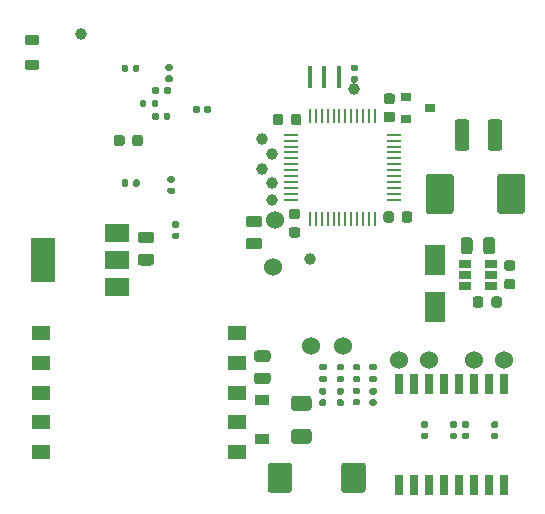
<source format=gbr>
%TF.GenerationSoftware,KiCad,Pcbnew,5.1.9+dfsg1-1*%
%TF.CreationDate,2022-10-18T14:52:04+03:00*%
%TF.ProjectId,Anemometr,416e656d-6f6d-4657-9472-2e6b69636164,rev?*%
%TF.SameCoordinates,Original*%
%TF.FileFunction,Soldermask,Bot*%
%TF.FilePolarity,Negative*%
%FSLAX46Y46*%
G04 Gerber Fmt 4.6, Leading zero omitted, Abs format (unit mm)*
G04 Created by KiCad (PCBNEW 5.1.9+dfsg1-1) date 2022-10-18 14:52:04*
%MOMM*%
%LPD*%
G01*
G04 APERTURE LIST*
%ADD10C,1.000000*%
%ADD11R,0.400000X1.900000*%
%ADD12R,0.250000X1.300000*%
%ADD13R,1.300000X0.250000*%
%ADD14R,1.800000X2.500000*%
%ADD15R,1.060000X0.650000*%
%ADD16R,2.000000X1.500000*%
%ADD17R,2.000000X3.800000*%
%ADD18R,1.550000X1.270000*%
%ADD19R,0.900000X0.800000*%
%ADD20R,0.700000X1.670000*%
%ADD21C,1.524000*%
%ADD22R,1.200000X0.900000*%
G04 APERTURE END LIST*
D10*
%TO.C,J24*%
X25040000Y-63360000D03*
%TD*%
%TO.C,J9*%
X41200000Y-77410000D03*
%TD*%
%TO.C,J8*%
X44430000Y-82470000D03*
%TD*%
%TO.C,J5*%
X48200000Y-68000000D03*
%TD*%
%TO.C,J4*%
X40400000Y-72250000D03*
%TD*%
%TO.C,J3*%
X41220000Y-73540000D03*
%TD*%
%TO.C,J2*%
X40350000Y-74800000D03*
%TD*%
%TO.C,J1*%
X41220000Y-75960000D03*
%TD*%
%TO.C,R40*%
G36*
G01*
X45713974Y-91853420D02*
X45343974Y-91853420D01*
G75*
G02*
X45208974Y-91718420I0J135000D01*
G01*
X45208974Y-91448420D01*
G75*
G02*
X45343974Y-91313420I135000J0D01*
G01*
X45713974Y-91313420D01*
G75*
G02*
X45848974Y-91448420I0J-135000D01*
G01*
X45848974Y-91718420D01*
G75*
G02*
X45713974Y-91853420I-135000J0D01*
G01*
G37*
G36*
G01*
X45713974Y-92873420D02*
X45343974Y-92873420D01*
G75*
G02*
X45208974Y-92738420I0J135000D01*
G01*
X45208974Y-92468420D01*
G75*
G02*
X45343974Y-92333420I135000J0D01*
G01*
X45713974Y-92333420D01*
G75*
G02*
X45848974Y-92468420I0J-135000D01*
G01*
X45848974Y-92738420D01*
G75*
G02*
X45713974Y-92873420I-135000J0D01*
G01*
G37*
%TD*%
%TO.C,R36*%
G36*
G01*
X47189150Y-91853420D02*
X46819150Y-91853420D01*
G75*
G02*
X46684150Y-91718420I0J135000D01*
G01*
X46684150Y-91448420D01*
G75*
G02*
X46819150Y-91313420I135000J0D01*
G01*
X47189150Y-91313420D01*
G75*
G02*
X47324150Y-91448420I0J-135000D01*
G01*
X47324150Y-91718420D01*
G75*
G02*
X47189150Y-91853420I-135000J0D01*
G01*
G37*
G36*
G01*
X47189150Y-92873420D02*
X46819150Y-92873420D01*
G75*
G02*
X46684150Y-92738420I0J135000D01*
G01*
X46684150Y-92468420D01*
G75*
G02*
X46819150Y-92333420I135000J0D01*
G01*
X47189150Y-92333420D01*
G75*
G02*
X47324150Y-92468420I0J-135000D01*
G01*
X47324150Y-92738420D01*
G75*
G02*
X47189150Y-92873420I-135000J0D01*
G01*
G37*
%TD*%
%TO.C,R35*%
G36*
G01*
X48564702Y-91853420D02*
X48194702Y-91853420D01*
G75*
G02*
X48059702Y-91718420I0J135000D01*
G01*
X48059702Y-91448420D01*
G75*
G02*
X48194702Y-91313420I135000J0D01*
G01*
X48564702Y-91313420D01*
G75*
G02*
X48699702Y-91448420I0J-135000D01*
G01*
X48699702Y-91718420D01*
G75*
G02*
X48564702Y-91853420I-135000J0D01*
G01*
G37*
G36*
G01*
X48564702Y-92873420D02*
X48194702Y-92873420D01*
G75*
G02*
X48059702Y-92738420I0J135000D01*
G01*
X48059702Y-92468420D01*
G75*
G02*
X48194702Y-92333420I135000J0D01*
G01*
X48564702Y-92333420D01*
G75*
G02*
X48699702Y-92468420I0J-135000D01*
G01*
X48699702Y-92738420D01*
G75*
G02*
X48564702Y-92873420I-135000J0D01*
G01*
G37*
%TD*%
%TO.C,R32*%
G36*
G01*
X49972426Y-91853420D02*
X49602426Y-91853420D01*
G75*
G02*
X49467426Y-91718420I0J135000D01*
G01*
X49467426Y-91448420D01*
G75*
G02*
X49602426Y-91313420I135000J0D01*
G01*
X49972426Y-91313420D01*
G75*
G02*
X50107426Y-91448420I0J-135000D01*
G01*
X50107426Y-91718420D01*
G75*
G02*
X49972426Y-91853420I-135000J0D01*
G01*
G37*
G36*
G01*
X49972426Y-92873420D02*
X49602426Y-92873420D01*
G75*
G02*
X49467426Y-92738420I0J135000D01*
G01*
X49467426Y-92468420D01*
G75*
G02*
X49602426Y-92333420I135000J0D01*
G01*
X49972426Y-92333420D01*
G75*
G02*
X50107426Y-92468420I0J-135000D01*
G01*
X50107426Y-92738420D01*
G75*
G02*
X49972426Y-92873420I-135000J0D01*
G01*
G37*
%TD*%
%TO.C,C48*%
G36*
G01*
X45348974Y-94309820D02*
X45688974Y-94309820D01*
G75*
G02*
X45828974Y-94449820I0J-140000D01*
G01*
X45828974Y-94729820D01*
G75*
G02*
X45688974Y-94869820I-140000J0D01*
G01*
X45348974Y-94869820D01*
G75*
G02*
X45208974Y-94729820I0J140000D01*
G01*
X45208974Y-94449820D01*
G75*
G02*
X45348974Y-94309820I140000J0D01*
G01*
G37*
G36*
G01*
X45348974Y-93349820D02*
X45688974Y-93349820D01*
G75*
G02*
X45828974Y-93489820I0J-140000D01*
G01*
X45828974Y-93769820D01*
G75*
G02*
X45688974Y-93909820I-140000J0D01*
G01*
X45348974Y-93909820D01*
G75*
G02*
X45208974Y-93769820I0J140000D01*
G01*
X45208974Y-93489820D01*
G75*
G02*
X45348974Y-93349820I140000J0D01*
G01*
G37*
%TD*%
%TO.C,C46*%
G36*
G01*
X46824150Y-94309820D02*
X47164150Y-94309820D01*
G75*
G02*
X47304150Y-94449820I0J-140000D01*
G01*
X47304150Y-94729820D01*
G75*
G02*
X47164150Y-94869820I-140000J0D01*
G01*
X46824150Y-94869820D01*
G75*
G02*
X46684150Y-94729820I0J140000D01*
G01*
X46684150Y-94449820D01*
G75*
G02*
X46824150Y-94309820I140000J0D01*
G01*
G37*
G36*
G01*
X46824150Y-93349820D02*
X47164150Y-93349820D01*
G75*
G02*
X47304150Y-93489820I0J-140000D01*
G01*
X47304150Y-93769820D01*
G75*
G02*
X47164150Y-93909820I-140000J0D01*
G01*
X46824150Y-93909820D01*
G75*
G02*
X46684150Y-93769820I0J140000D01*
G01*
X46684150Y-93489820D01*
G75*
G02*
X46824150Y-93349820I140000J0D01*
G01*
G37*
%TD*%
%TO.C,C45*%
G36*
G01*
X48199702Y-94276800D02*
X48539702Y-94276800D01*
G75*
G02*
X48679702Y-94416800I0J-140000D01*
G01*
X48679702Y-94696800D01*
G75*
G02*
X48539702Y-94836800I-140000J0D01*
G01*
X48199702Y-94836800D01*
G75*
G02*
X48059702Y-94696800I0J140000D01*
G01*
X48059702Y-94416800D01*
G75*
G02*
X48199702Y-94276800I140000J0D01*
G01*
G37*
G36*
G01*
X48199702Y-93316800D02*
X48539702Y-93316800D01*
G75*
G02*
X48679702Y-93456800I0J-140000D01*
G01*
X48679702Y-93736800D01*
G75*
G02*
X48539702Y-93876800I-140000J0D01*
G01*
X48199702Y-93876800D01*
G75*
G02*
X48059702Y-93736800I0J140000D01*
G01*
X48059702Y-93456800D01*
G75*
G02*
X48199702Y-93316800I140000J0D01*
G01*
G37*
%TD*%
%TO.C,C42*%
G36*
G01*
X49607426Y-94309820D02*
X49947426Y-94309820D01*
G75*
G02*
X50087426Y-94449820I0J-140000D01*
G01*
X50087426Y-94729820D01*
G75*
G02*
X49947426Y-94869820I-140000J0D01*
G01*
X49607426Y-94869820D01*
G75*
G02*
X49467426Y-94729820I0J140000D01*
G01*
X49467426Y-94449820D01*
G75*
G02*
X49607426Y-94309820I140000J0D01*
G01*
G37*
G36*
G01*
X49607426Y-93349820D02*
X49947426Y-93349820D01*
G75*
G02*
X50087426Y-93489820I0J-140000D01*
G01*
X50087426Y-93769820D01*
G75*
G02*
X49947426Y-93909820I-140000J0D01*
G01*
X49607426Y-93909820D01*
G75*
G02*
X49467426Y-93769820I0J140000D01*
G01*
X49467426Y-93489820D01*
G75*
G02*
X49607426Y-93349820I140000J0D01*
G01*
G37*
%TD*%
D11*
%TO.C,Y1*%
X46860000Y-66990000D03*
X45660000Y-66990000D03*
X44460000Y-66990000D03*
%TD*%
%TO.C,C55*%
G36*
G01*
X29385000Y-72650000D02*
X29385000Y-72150000D01*
G75*
G02*
X29610000Y-71925000I225000J0D01*
G01*
X30060000Y-71925000D01*
G75*
G02*
X30285000Y-72150000I0J-225000D01*
G01*
X30285000Y-72650000D01*
G75*
G02*
X30060000Y-72875000I-225000J0D01*
G01*
X29610000Y-72875000D01*
G75*
G02*
X29385000Y-72650000I0J225000D01*
G01*
G37*
G36*
G01*
X27835000Y-72650000D02*
X27835000Y-72150000D01*
G75*
G02*
X28060000Y-71925000I225000J0D01*
G01*
X28510000Y-71925000D01*
G75*
G02*
X28735000Y-72150000I0J-225000D01*
G01*
X28735000Y-72650000D01*
G75*
G02*
X28510000Y-72875000I-225000J0D01*
G01*
X28060000Y-72875000D01*
G75*
G02*
X27835000Y-72650000I0J225000D01*
G01*
G37*
%TD*%
%TO.C,C59*%
G36*
G01*
X29050000Y-75840000D02*
X29050000Y-76180000D01*
G75*
G02*
X28910000Y-76320000I-140000J0D01*
G01*
X28630000Y-76320000D01*
G75*
G02*
X28490000Y-76180000I0J140000D01*
G01*
X28490000Y-75840000D01*
G75*
G02*
X28630000Y-75700000I140000J0D01*
G01*
X28910000Y-75700000D01*
G75*
G02*
X29050000Y-75840000I0J-140000D01*
G01*
G37*
G36*
G01*
X30010000Y-75840000D02*
X30010000Y-76180000D01*
G75*
G02*
X29870000Y-76320000I-140000J0D01*
G01*
X29590000Y-76320000D01*
G75*
G02*
X29450000Y-76180000I0J140000D01*
G01*
X29450000Y-75840000D01*
G75*
G02*
X29590000Y-75700000I140000J0D01*
G01*
X29870000Y-75700000D01*
G75*
G02*
X30010000Y-75840000I0J-140000D01*
G01*
G37*
%TD*%
%TO.C,C32*%
G36*
G01*
X29040000Y-66130000D02*
X29040000Y-66470000D01*
G75*
G02*
X28900000Y-66610000I-140000J0D01*
G01*
X28620000Y-66610000D01*
G75*
G02*
X28480000Y-66470000I0J140000D01*
G01*
X28480000Y-66130000D01*
G75*
G02*
X28620000Y-65990000I140000J0D01*
G01*
X28900000Y-65990000D01*
G75*
G02*
X29040000Y-66130000I0J-140000D01*
G01*
G37*
G36*
G01*
X30000000Y-66130000D02*
X30000000Y-66470000D01*
G75*
G02*
X29860000Y-66610000I-140000J0D01*
G01*
X29580000Y-66610000D01*
G75*
G02*
X29440000Y-66470000I0J140000D01*
G01*
X29440000Y-66130000D01*
G75*
G02*
X29580000Y-65990000I140000J0D01*
G01*
X29860000Y-65990000D01*
G75*
G02*
X30000000Y-66130000I0J-140000D01*
G01*
G37*
%TD*%
%TO.C,C2*%
G36*
G01*
X32330000Y-66890000D02*
X32670000Y-66890000D01*
G75*
G02*
X32810000Y-67030000I0J-140000D01*
G01*
X32810000Y-67310000D01*
G75*
G02*
X32670000Y-67450000I-140000J0D01*
G01*
X32330000Y-67450000D01*
G75*
G02*
X32190000Y-67310000I0J140000D01*
G01*
X32190000Y-67030000D01*
G75*
G02*
X32330000Y-66890000I140000J0D01*
G01*
G37*
G36*
G01*
X32330000Y-65930000D02*
X32670000Y-65930000D01*
G75*
G02*
X32810000Y-66070000I0J-140000D01*
G01*
X32810000Y-66350000D01*
G75*
G02*
X32670000Y-66490000I-140000J0D01*
G01*
X32330000Y-66490000D01*
G75*
G02*
X32190000Y-66350000I0J140000D01*
G01*
X32190000Y-66070000D01*
G75*
G02*
X32330000Y-65930000I140000J0D01*
G01*
G37*
%TD*%
%TO.C,C1*%
G36*
G01*
X32850000Y-75980000D02*
X32510000Y-75980000D01*
G75*
G02*
X32370000Y-75840000I0J140000D01*
G01*
X32370000Y-75560000D01*
G75*
G02*
X32510000Y-75420000I140000J0D01*
G01*
X32850000Y-75420000D01*
G75*
G02*
X32990000Y-75560000I0J-140000D01*
G01*
X32990000Y-75840000D01*
G75*
G02*
X32850000Y-75980000I-140000J0D01*
G01*
G37*
G36*
G01*
X32850000Y-76940000D02*
X32510000Y-76940000D01*
G75*
G02*
X32370000Y-76800000I0J140000D01*
G01*
X32370000Y-76520000D01*
G75*
G02*
X32510000Y-76380000I140000J0D01*
G01*
X32850000Y-76380000D01*
G75*
G02*
X32990000Y-76520000I0J-140000D01*
G01*
X32990000Y-76800000D01*
G75*
G02*
X32850000Y-76940000I-140000J0D01*
G01*
G37*
%TD*%
D12*
%TO.C,U1*%
X44430000Y-70310000D03*
X44930000Y-70310000D03*
X45430000Y-70310000D03*
X45930000Y-70310000D03*
X46430000Y-70310000D03*
X46930000Y-70310000D03*
X47430000Y-70310000D03*
X47930000Y-70310000D03*
X48430000Y-70310000D03*
X48930000Y-70310000D03*
X49430000Y-70310000D03*
X49930000Y-70310000D03*
D13*
X51530000Y-71910000D03*
X51530000Y-72410000D03*
X51530000Y-72910000D03*
X51530000Y-73410000D03*
X51530000Y-73910000D03*
X51530000Y-74410000D03*
X51530000Y-74910000D03*
X51530000Y-75410000D03*
X51530000Y-75910000D03*
X51530000Y-76410000D03*
X51530000Y-76910000D03*
X51530000Y-77410000D03*
D12*
X49930000Y-79010000D03*
X49430000Y-79010000D03*
X48930000Y-79010000D03*
X48430000Y-79010000D03*
X47930000Y-79010000D03*
X47430000Y-79010000D03*
X46930000Y-79010000D03*
X46430000Y-79010000D03*
X45930000Y-79010000D03*
X45430000Y-79010000D03*
X44930000Y-79010000D03*
X44430000Y-79010000D03*
D13*
X42830000Y-77410000D03*
X42830000Y-76910000D03*
X42830000Y-76410000D03*
X42830000Y-75910000D03*
X42830000Y-75410000D03*
X42830000Y-74910000D03*
X42830000Y-74410000D03*
X42830000Y-73910000D03*
X42830000Y-73410000D03*
X42830000Y-72910000D03*
X42830000Y-72410000D03*
X42830000Y-71910000D03*
%TD*%
%TO.C,C5*%
G36*
G01*
X33240000Y-79790000D02*
X32900000Y-79790000D01*
G75*
G02*
X32760000Y-79650000I0J140000D01*
G01*
X32760000Y-79370000D01*
G75*
G02*
X32900000Y-79230000I140000J0D01*
G01*
X33240000Y-79230000D01*
G75*
G02*
X33380000Y-79370000I0J-140000D01*
G01*
X33380000Y-79650000D01*
G75*
G02*
X33240000Y-79790000I-140000J0D01*
G01*
G37*
G36*
G01*
X33240000Y-80750000D02*
X32900000Y-80750000D01*
G75*
G02*
X32760000Y-80610000I0J140000D01*
G01*
X32760000Y-80330000D01*
G75*
G02*
X32900000Y-80190000I140000J0D01*
G01*
X33240000Y-80190000D01*
G75*
G02*
X33380000Y-80330000I0J-140000D01*
G01*
X33380000Y-80610000D01*
G75*
G02*
X33240000Y-80750000I-140000J0D01*
G01*
G37*
%TD*%
%TO.C,C17*%
G36*
G01*
X35090000Y-69610000D02*
X35090000Y-69950000D01*
G75*
G02*
X34950000Y-70090000I-140000J0D01*
G01*
X34670000Y-70090000D01*
G75*
G02*
X34530000Y-69950000I0J140000D01*
G01*
X34530000Y-69610000D01*
G75*
G02*
X34670000Y-69470000I140000J0D01*
G01*
X34950000Y-69470000D01*
G75*
G02*
X35090000Y-69610000I0J-140000D01*
G01*
G37*
G36*
G01*
X36050000Y-69610000D02*
X36050000Y-69950000D01*
G75*
G02*
X35910000Y-70090000I-140000J0D01*
G01*
X35630000Y-70090000D01*
G75*
G02*
X35490000Y-69950000I0J140000D01*
G01*
X35490000Y-69610000D01*
G75*
G02*
X35630000Y-69470000I140000J0D01*
G01*
X35910000Y-69470000D01*
G75*
G02*
X36050000Y-69610000I0J-140000D01*
G01*
G37*
%TD*%
%TO.C,C53*%
G36*
G01*
X59100000Y-81785000D02*
X59100000Y-80835000D01*
G75*
G02*
X59350000Y-80585000I250000J0D01*
G01*
X59850000Y-80585000D01*
G75*
G02*
X60100000Y-80835000I0J-250000D01*
G01*
X60100000Y-81785000D01*
G75*
G02*
X59850000Y-82035000I-250000J0D01*
G01*
X59350000Y-82035000D01*
G75*
G02*
X59100000Y-81785000I0J250000D01*
G01*
G37*
G36*
G01*
X57200000Y-81785000D02*
X57200000Y-80835000D01*
G75*
G02*
X57450000Y-80585000I250000J0D01*
G01*
X57950000Y-80585000D01*
G75*
G02*
X58200000Y-80835000I0J-250000D01*
G01*
X58200000Y-81785000D01*
G75*
G02*
X57950000Y-82035000I-250000J0D01*
G01*
X57450000Y-82035000D01*
G75*
G02*
X57200000Y-81785000I0J250000D01*
G01*
G37*
%TD*%
%TO.C,L5*%
G36*
G01*
X60290000Y-78385000D02*
X60290000Y-75455000D01*
G75*
G02*
X60525000Y-75220000I235000J0D01*
G01*
X62405000Y-75220000D01*
G75*
G02*
X62640000Y-75455000I0J-235000D01*
G01*
X62640000Y-78385000D01*
G75*
G02*
X62405000Y-78620000I-235000J0D01*
G01*
X60525000Y-78620000D01*
G75*
G02*
X60290000Y-78385000I0J235000D01*
G01*
G37*
G36*
G01*
X54240000Y-78385000D02*
X54240000Y-75455000D01*
G75*
G02*
X54475000Y-75220000I235000J0D01*
G01*
X56355000Y-75220000D01*
G75*
G02*
X56590000Y-75455000I0J-235000D01*
G01*
X56590000Y-78385000D01*
G75*
G02*
X56355000Y-78620000I-235000J0D01*
G01*
X54475000Y-78620000D01*
G75*
G02*
X54240000Y-78385000I0J235000D01*
G01*
G37*
%TD*%
D14*
%TO.C,D17*%
X55020000Y-86500000D03*
X55020000Y-82500000D03*
%TD*%
%TO.C,C11*%
G36*
G01*
X42165000Y-70380000D02*
X42165000Y-70880000D01*
G75*
G02*
X41940000Y-71105000I-225000J0D01*
G01*
X41490000Y-71105000D01*
G75*
G02*
X41265000Y-70880000I0J225000D01*
G01*
X41265000Y-70380000D01*
G75*
G02*
X41490000Y-70155000I225000J0D01*
G01*
X41940000Y-70155000D01*
G75*
G02*
X42165000Y-70380000I0J-225000D01*
G01*
G37*
G36*
G01*
X43715000Y-70380000D02*
X43715000Y-70880000D01*
G75*
G02*
X43490000Y-71105000I-225000J0D01*
G01*
X43040000Y-71105000D01*
G75*
G02*
X42815000Y-70880000I0J225000D01*
G01*
X42815000Y-70380000D01*
G75*
G02*
X43040000Y-70155000I225000J0D01*
G01*
X43490000Y-70155000D01*
G75*
G02*
X43715000Y-70380000I0J-225000D01*
G01*
G37*
%TD*%
%TO.C,C8*%
G36*
G01*
X52205000Y-79130000D02*
X52205000Y-78630000D01*
G75*
G02*
X52430000Y-78405000I225000J0D01*
G01*
X52880000Y-78405000D01*
G75*
G02*
X53105000Y-78630000I0J-225000D01*
G01*
X53105000Y-79130000D01*
G75*
G02*
X52880000Y-79355000I-225000J0D01*
G01*
X52430000Y-79355000D01*
G75*
G02*
X52205000Y-79130000I0J225000D01*
G01*
G37*
G36*
G01*
X50655000Y-79130000D02*
X50655000Y-78630000D01*
G75*
G02*
X50880000Y-78405000I225000J0D01*
G01*
X51330000Y-78405000D01*
G75*
G02*
X51555000Y-78630000I0J-225000D01*
G01*
X51555000Y-79130000D01*
G75*
G02*
X51330000Y-79355000I-225000J0D01*
G01*
X50880000Y-79355000D01*
G75*
G02*
X50655000Y-79130000I0J225000D01*
G01*
G37*
%TD*%
%TO.C,C13*%
G36*
G01*
X42880000Y-79735000D02*
X43380000Y-79735000D01*
G75*
G02*
X43605000Y-79960000I0J-225000D01*
G01*
X43605000Y-80410000D01*
G75*
G02*
X43380000Y-80635000I-225000J0D01*
G01*
X42880000Y-80635000D01*
G75*
G02*
X42655000Y-80410000I0J225000D01*
G01*
X42655000Y-79960000D01*
G75*
G02*
X42880000Y-79735000I225000J0D01*
G01*
G37*
G36*
G01*
X42880000Y-78185000D02*
X43380000Y-78185000D01*
G75*
G02*
X43605000Y-78410000I0J-225000D01*
G01*
X43605000Y-78860000D01*
G75*
G02*
X43380000Y-79085000I-225000J0D01*
G01*
X42880000Y-79085000D01*
G75*
G02*
X42655000Y-78860000I0J225000D01*
G01*
X42655000Y-78410000D01*
G75*
G02*
X42880000Y-78185000I225000J0D01*
G01*
G37*
%TD*%
%TO.C,C9*%
G36*
G01*
X51400000Y-69315000D02*
X50900000Y-69315000D01*
G75*
G02*
X50675000Y-69090000I0J225000D01*
G01*
X50675000Y-68640000D01*
G75*
G02*
X50900000Y-68415000I225000J0D01*
G01*
X51400000Y-68415000D01*
G75*
G02*
X51625000Y-68640000I0J-225000D01*
G01*
X51625000Y-69090000D01*
G75*
G02*
X51400000Y-69315000I-225000J0D01*
G01*
G37*
G36*
G01*
X51400000Y-70865000D02*
X50900000Y-70865000D01*
G75*
G02*
X50675000Y-70640000I0J225000D01*
G01*
X50675000Y-70190000D01*
G75*
G02*
X50900000Y-69965000I225000J0D01*
G01*
X51400000Y-69965000D01*
G75*
G02*
X51625000Y-70190000I0J-225000D01*
G01*
X51625000Y-70640000D01*
G75*
G02*
X51400000Y-70865000I-225000J0D01*
G01*
G37*
%TD*%
%TO.C,C3*%
G36*
G01*
X48030000Y-66930000D02*
X48370000Y-66930000D01*
G75*
G02*
X48510000Y-67070000I0J-140000D01*
G01*
X48510000Y-67350000D01*
G75*
G02*
X48370000Y-67490000I-140000J0D01*
G01*
X48030000Y-67490000D01*
G75*
G02*
X47890000Y-67350000I0J140000D01*
G01*
X47890000Y-67070000D01*
G75*
G02*
X48030000Y-66930000I140000J0D01*
G01*
G37*
G36*
G01*
X48030000Y-65970000D02*
X48370000Y-65970000D01*
G75*
G02*
X48510000Y-66110000I0J-140000D01*
G01*
X48510000Y-66390000D01*
G75*
G02*
X48370000Y-66530000I-140000J0D01*
G01*
X48030000Y-66530000D01*
G75*
G02*
X47890000Y-66390000I0J140000D01*
G01*
X47890000Y-66110000D01*
G75*
G02*
X48030000Y-65970000I140000J0D01*
G01*
G37*
%TD*%
%TO.C,C21*%
G36*
G01*
X31640000Y-70190000D02*
X31640000Y-70530000D01*
G75*
G02*
X31500000Y-70670000I-140000J0D01*
G01*
X31220000Y-70670000D01*
G75*
G02*
X31080000Y-70530000I0J140000D01*
G01*
X31080000Y-70190000D01*
G75*
G02*
X31220000Y-70050000I140000J0D01*
G01*
X31500000Y-70050000D01*
G75*
G02*
X31640000Y-70190000I0J-140000D01*
G01*
G37*
G36*
G01*
X32600000Y-70190000D02*
X32600000Y-70530000D01*
G75*
G02*
X32460000Y-70670000I-140000J0D01*
G01*
X32180000Y-70670000D01*
G75*
G02*
X32040000Y-70530000I0J140000D01*
G01*
X32040000Y-70190000D01*
G75*
G02*
X32180000Y-70050000I140000J0D01*
G01*
X32460000Y-70050000D01*
G75*
G02*
X32600000Y-70190000I0J-140000D01*
G01*
G37*
%TD*%
%TO.C,R17*%
G36*
G01*
X31630000Y-67985000D02*
X31630000Y-68355000D01*
G75*
G02*
X31495000Y-68490000I-135000J0D01*
G01*
X31225000Y-68490000D01*
G75*
G02*
X31090000Y-68355000I0J135000D01*
G01*
X31090000Y-67985000D01*
G75*
G02*
X31225000Y-67850000I135000J0D01*
G01*
X31495000Y-67850000D01*
G75*
G02*
X31630000Y-67985000I0J-135000D01*
G01*
G37*
G36*
G01*
X32650000Y-67985000D02*
X32650000Y-68355000D01*
G75*
G02*
X32515000Y-68490000I-135000J0D01*
G01*
X32245000Y-68490000D01*
G75*
G02*
X32110000Y-68355000I0J135000D01*
G01*
X32110000Y-67985000D01*
G75*
G02*
X32245000Y-67850000I135000J0D01*
G01*
X32515000Y-67850000D01*
G75*
G02*
X32650000Y-67985000I0J-135000D01*
G01*
G37*
%TD*%
%TO.C,R16*%
G36*
G01*
X30560000Y-69085000D02*
X30560000Y-69455000D01*
G75*
G02*
X30425000Y-69590000I-135000J0D01*
G01*
X30155000Y-69590000D01*
G75*
G02*
X30020000Y-69455000I0J135000D01*
G01*
X30020000Y-69085000D01*
G75*
G02*
X30155000Y-68950000I135000J0D01*
G01*
X30425000Y-68950000D01*
G75*
G02*
X30560000Y-69085000I0J-135000D01*
G01*
G37*
G36*
G01*
X31580000Y-69085000D02*
X31580000Y-69455000D01*
G75*
G02*
X31445000Y-69590000I-135000J0D01*
G01*
X31175000Y-69590000D01*
G75*
G02*
X31040000Y-69455000I0J135000D01*
G01*
X31040000Y-69085000D01*
G75*
G02*
X31175000Y-68950000I135000J0D01*
G01*
X31445000Y-68950000D01*
G75*
G02*
X31580000Y-69085000I0J-135000D01*
G01*
G37*
%TD*%
D15*
%TO.C,U4*%
X57584000Y-83770000D03*
X57584000Y-82820000D03*
X57584000Y-84720000D03*
X59784000Y-84720000D03*
X59784000Y-83770000D03*
X59784000Y-82820000D03*
%TD*%
D16*
%TO.C,D18*%
X28120000Y-80210000D03*
X28120000Y-84810000D03*
X28120000Y-82510000D03*
D17*
X21820000Y-82510000D03*
%TD*%
%TO.C,L2*%
G36*
G01*
X20508750Y-65575000D02*
X21271250Y-65575000D01*
G75*
G02*
X21490000Y-65793750I0J-218750D01*
G01*
X21490000Y-66231250D01*
G75*
G02*
X21271250Y-66450000I-218750J0D01*
G01*
X20508750Y-66450000D01*
G75*
G02*
X20290000Y-66231250I0J218750D01*
G01*
X20290000Y-65793750D01*
G75*
G02*
X20508750Y-65575000I218750J0D01*
G01*
G37*
G36*
G01*
X20508750Y-63450000D02*
X21271250Y-63450000D01*
G75*
G02*
X21490000Y-63668750I0J-218750D01*
G01*
X21490000Y-64106250D01*
G75*
G02*
X21271250Y-64325000I-218750J0D01*
G01*
X20508750Y-64325000D01*
G75*
G02*
X20290000Y-64106250I0J218750D01*
G01*
X20290000Y-63668750D01*
G75*
G02*
X20508750Y-63450000I218750J0D01*
G01*
G37*
%TD*%
D18*
%TO.C,D14*%
X21689300Y-98738700D03*
X21689300Y-96238700D03*
X21689300Y-93738700D03*
X21689300Y-91238700D03*
X21689300Y-88738700D03*
X38229300Y-88738700D03*
X38229300Y-91238700D03*
X38229300Y-93738700D03*
X38229300Y-96238700D03*
X38229300Y-98738700D03*
%TD*%
%TO.C,C38*%
G36*
G01*
X56760000Y-96730000D02*
X56420000Y-96730000D01*
G75*
G02*
X56280000Y-96590000I0J140000D01*
G01*
X56280000Y-96310000D01*
G75*
G02*
X56420000Y-96170000I140000J0D01*
G01*
X56760000Y-96170000D01*
G75*
G02*
X56900000Y-96310000I0J-140000D01*
G01*
X56900000Y-96590000D01*
G75*
G02*
X56760000Y-96730000I-140000J0D01*
G01*
G37*
G36*
G01*
X56760000Y-97690000D02*
X56420000Y-97690000D01*
G75*
G02*
X56280000Y-97550000I0J140000D01*
G01*
X56280000Y-97270000D01*
G75*
G02*
X56420000Y-97130000I140000J0D01*
G01*
X56760000Y-97130000D01*
G75*
G02*
X56900000Y-97270000I0J-140000D01*
G01*
X56900000Y-97550000D01*
G75*
G02*
X56760000Y-97690000I-140000J0D01*
G01*
G37*
%TD*%
%TO.C,C35*%
G36*
G01*
X54320000Y-96730000D02*
X53980000Y-96730000D01*
G75*
G02*
X53840000Y-96590000I0J140000D01*
G01*
X53840000Y-96310000D01*
G75*
G02*
X53980000Y-96170000I140000J0D01*
G01*
X54320000Y-96170000D01*
G75*
G02*
X54460000Y-96310000I0J-140000D01*
G01*
X54460000Y-96590000D01*
G75*
G02*
X54320000Y-96730000I-140000J0D01*
G01*
G37*
G36*
G01*
X54320000Y-97690000D02*
X53980000Y-97690000D01*
G75*
G02*
X53840000Y-97550000I0J140000D01*
G01*
X53840000Y-97270000D01*
G75*
G02*
X53980000Y-97130000I140000J0D01*
G01*
X54320000Y-97130000D01*
G75*
G02*
X54460000Y-97270000I0J-140000D01*
G01*
X54460000Y-97550000D01*
G75*
G02*
X54320000Y-97690000I-140000J0D01*
G01*
G37*
%TD*%
%TO.C,C31*%
G36*
G01*
X60241000Y-96739100D02*
X59901000Y-96739100D01*
G75*
G02*
X59761000Y-96599100I0J140000D01*
G01*
X59761000Y-96319100D01*
G75*
G02*
X59901000Y-96179100I140000J0D01*
G01*
X60241000Y-96179100D01*
G75*
G02*
X60381000Y-96319100I0J-140000D01*
G01*
X60381000Y-96599100D01*
G75*
G02*
X60241000Y-96739100I-140000J0D01*
G01*
G37*
G36*
G01*
X60241000Y-97699100D02*
X59901000Y-97699100D01*
G75*
G02*
X59761000Y-97559100I0J140000D01*
G01*
X59761000Y-97279100D01*
G75*
G02*
X59901000Y-97139100I140000J0D01*
G01*
X60241000Y-97139100D01*
G75*
G02*
X60381000Y-97279100I0J-140000D01*
G01*
X60381000Y-97559100D01*
G75*
G02*
X60241000Y-97699100I-140000J0D01*
G01*
G37*
%TD*%
%TO.C,C27*%
G36*
G01*
X57790000Y-96730000D02*
X57450000Y-96730000D01*
G75*
G02*
X57310000Y-96590000I0J140000D01*
G01*
X57310000Y-96310000D01*
G75*
G02*
X57450000Y-96170000I140000J0D01*
G01*
X57790000Y-96170000D01*
G75*
G02*
X57930000Y-96310000I0J-140000D01*
G01*
X57930000Y-96590000D01*
G75*
G02*
X57790000Y-96730000I-140000J0D01*
G01*
G37*
G36*
G01*
X57790000Y-97690000D02*
X57450000Y-97690000D01*
G75*
G02*
X57310000Y-97550000I0J140000D01*
G01*
X57310000Y-97270000D01*
G75*
G02*
X57450000Y-97130000I140000J0D01*
G01*
X57790000Y-97130000D01*
G75*
G02*
X57930000Y-97270000I0J-140000D01*
G01*
X57930000Y-97550000D01*
G75*
G02*
X57790000Y-97690000I-140000J0D01*
G01*
G37*
%TD*%
%TO.C,C54*%
G36*
G01*
X59475000Y-73005000D02*
X59475000Y-70855000D01*
G75*
G02*
X59725000Y-70605000I250000J0D01*
G01*
X60475000Y-70605000D01*
G75*
G02*
X60725000Y-70855000I0J-250000D01*
G01*
X60725000Y-73005000D01*
G75*
G02*
X60475000Y-73255000I-250000J0D01*
G01*
X59725000Y-73255000D01*
G75*
G02*
X59475000Y-73005000I0J250000D01*
G01*
G37*
G36*
G01*
X56675000Y-73005000D02*
X56675000Y-70855000D01*
G75*
G02*
X56925000Y-70605000I250000J0D01*
G01*
X57675000Y-70605000D01*
G75*
G02*
X57925000Y-70855000I0J-250000D01*
G01*
X57925000Y-73005000D01*
G75*
G02*
X57675000Y-73255000I-250000J0D01*
G01*
X56925000Y-73255000D01*
G75*
G02*
X56675000Y-73005000I0J250000D01*
G01*
G37*
%TD*%
D19*
%TO.C,U9*%
X54600000Y-69660000D03*
X52600000Y-68710000D03*
X52600000Y-70610000D03*
%TD*%
%TO.C,R42*%
G36*
G01*
X61093750Y-84120000D02*
X61606250Y-84120000D01*
G75*
G02*
X61825000Y-84338750I0J-218750D01*
G01*
X61825000Y-84776250D01*
G75*
G02*
X61606250Y-84995000I-218750J0D01*
G01*
X61093750Y-84995000D01*
G75*
G02*
X60875000Y-84776250I0J218750D01*
G01*
X60875000Y-84338750D01*
G75*
G02*
X61093750Y-84120000I218750J0D01*
G01*
G37*
G36*
G01*
X61093750Y-82545000D02*
X61606250Y-82545000D01*
G75*
G02*
X61825000Y-82763750I0J-218750D01*
G01*
X61825000Y-83201250D01*
G75*
G02*
X61606250Y-83420000I-218750J0D01*
G01*
X61093750Y-83420000D01*
G75*
G02*
X60875000Y-83201250I0J218750D01*
G01*
X60875000Y-82763750D01*
G75*
G02*
X61093750Y-82545000I218750J0D01*
G01*
G37*
%TD*%
%TO.C,R41*%
G36*
G01*
X59100000Y-85823750D02*
X59100000Y-86336250D01*
G75*
G02*
X58881250Y-86555000I-218750J0D01*
G01*
X58443750Y-86555000D01*
G75*
G02*
X58225000Y-86336250I0J218750D01*
G01*
X58225000Y-85823750D01*
G75*
G02*
X58443750Y-85605000I218750J0D01*
G01*
X58881250Y-85605000D01*
G75*
G02*
X59100000Y-85823750I0J-218750D01*
G01*
G37*
G36*
G01*
X60675000Y-85823750D02*
X60675000Y-86336250D01*
G75*
G02*
X60456250Y-86555000I-218750J0D01*
G01*
X60018750Y-86555000D01*
G75*
G02*
X59800000Y-86336250I0J218750D01*
G01*
X59800000Y-85823750D01*
G75*
G02*
X60018750Y-85605000I218750J0D01*
G01*
X60456250Y-85605000D01*
G75*
G02*
X60675000Y-85823750I0J-218750D01*
G01*
G37*
%TD*%
%TO.C,C30*%
G36*
G01*
X39943750Y-92050000D02*
X40856250Y-92050000D01*
G75*
G02*
X41100000Y-92293750I0J-243750D01*
G01*
X41100000Y-92781250D01*
G75*
G02*
X40856250Y-93025000I-243750J0D01*
G01*
X39943750Y-93025000D01*
G75*
G02*
X39700000Y-92781250I0J243750D01*
G01*
X39700000Y-92293750D01*
G75*
G02*
X39943750Y-92050000I243750J0D01*
G01*
G37*
G36*
G01*
X39943750Y-90175000D02*
X40856250Y-90175000D01*
G75*
G02*
X41100000Y-90418750I0J-243750D01*
G01*
X41100000Y-90906250D01*
G75*
G02*
X40856250Y-91150000I-243750J0D01*
G01*
X39943750Y-91150000D01*
G75*
G02*
X39700000Y-90906250I0J243750D01*
G01*
X39700000Y-90418750D01*
G75*
G02*
X39943750Y-90175000I243750J0D01*
G01*
G37*
%TD*%
%TO.C,C49*%
G36*
G01*
X44325000Y-95275000D02*
X43075000Y-95275000D01*
G75*
G02*
X42825000Y-95025000I0J250000D01*
G01*
X42825000Y-94275000D01*
G75*
G02*
X43075000Y-94025000I250000J0D01*
G01*
X44325000Y-94025000D01*
G75*
G02*
X44575000Y-94275000I0J-250000D01*
G01*
X44575000Y-95025000D01*
G75*
G02*
X44325000Y-95275000I-250000J0D01*
G01*
G37*
G36*
G01*
X44325000Y-98075000D02*
X43075000Y-98075000D01*
G75*
G02*
X42825000Y-97825000I0J250000D01*
G01*
X42825000Y-97075000D01*
G75*
G02*
X43075000Y-96825000I250000J0D01*
G01*
X44325000Y-96825000D01*
G75*
G02*
X44575000Y-97075000I0J-250000D01*
G01*
X44575000Y-97825000D01*
G75*
G02*
X44325000Y-98075000I-250000J0D01*
G01*
G37*
%TD*%
D20*
%TO.C,D10*%
X60845700Y-101559700D03*
X59575700Y-101559700D03*
X58305700Y-101559700D03*
X57035700Y-101559700D03*
X55765700Y-101559700D03*
X54495700Y-101559700D03*
X53225700Y-101559700D03*
X51955700Y-101559700D03*
X51955700Y-93029700D03*
X53225700Y-93029700D03*
X54495700Y-93029700D03*
X55765700Y-93029700D03*
X58305700Y-93029700D03*
X59575700Y-93029700D03*
X60845700Y-93029700D03*
X57035700Y-93029700D03*
%TD*%
D21*
%TO.C,J6*%
X41480000Y-79110000D03*
%TD*%
%TO.C,C50*%
G36*
G01*
X40850000Y-101975000D02*
X40850000Y-99925000D01*
G75*
G02*
X41100000Y-99675000I250000J0D01*
G01*
X42675000Y-99675000D01*
G75*
G02*
X42925000Y-99925000I0J-250000D01*
G01*
X42925000Y-101975000D01*
G75*
G02*
X42675000Y-102225000I-250000J0D01*
G01*
X41100000Y-102225000D01*
G75*
G02*
X40850000Y-101975000I0J250000D01*
G01*
G37*
G36*
G01*
X47075000Y-101975000D02*
X47075000Y-99925000D01*
G75*
G02*
X47325000Y-99675000I250000J0D01*
G01*
X48900000Y-99675000D01*
G75*
G02*
X49150000Y-99925000I0J-250000D01*
G01*
X49150000Y-101975000D01*
G75*
G02*
X48900000Y-102225000I-250000J0D01*
G01*
X47325000Y-102225000D01*
G75*
G02*
X47075000Y-101975000I0J250000D01*
G01*
G37*
%TD*%
%TO.C,J16*%
X41310000Y-83070000D03*
%TD*%
%TO.C,J23*%
X44510000Y-89800000D03*
%TD*%
%TO.C,J22*%
X51968400Y-90970100D03*
%TD*%
%TO.C,J21*%
X47230000Y-89790000D03*
%TD*%
%TO.C,J20*%
X54495700Y-90987034D03*
%TD*%
%TO.C,J19*%
X58293000Y-90953168D03*
%TD*%
%TO.C,J18*%
X60833000Y-90944700D03*
%TD*%
D22*
%TO.C,D16*%
X40400000Y-94400000D03*
X40400000Y-97700000D03*
%TD*%
%TO.C,C37*%
G36*
G01*
X40146250Y-81625000D02*
X39233750Y-81625000D01*
G75*
G02*
X38990000Y-81381250I0J243750D01*
G01*
X38990000Y-80893750D01*
G75*
G02*
X39233750Y-80650000I243750J0D01*
G01*
X40146250Y-80650000D01*
G75*
G02*
X40390000Y-80893750I0J-243750D01*
G01*
X40390000Y-81381250D01*
G75*
G02*
X40146250Y-81625000I-243750J0D01*
G01*
G37*
G36*
G01*
X40146250Y-79750000D02*
X39233750Y-79750000D01*
G75*
G02*
X38990000Y-79506250I0J243750D01*
G01*
X38990000Y-79018750D01*
G75*
G02*
X39233750Y-78775000I243750J0D01*
G01*
X40146250Y-78775000D01*
G75*
G02*
X40390000Y-79018750I0J-243750D01*
G01*
X40390000Y-79506250D01*
G75*
G02*
X40146250Y-79750000I-243750J0D01*
G01*
G37*
%TD*%
%TO.C,C23*%
G36*
G01*
X30093750Y-80135000D02*
X31006250Y-80135000D01*
G75*
G02*
X31250000Y-80378750I0J-243750D01*
G01*
X31250000Y-80866250D01*
G75*
G02*
X31006250Y-81110000I-243750J0D01*
G01*
X30093750Y-81110000D01*
G75*
G02*
X29850000Y-80866250I0J243750D01*
G01*
X29850000Y-80378750D01*
G75*
G02*
X30093750Y-80135000I243750J0D01*
G01*
G37*
G36*
G01*
X30093750Y-82010000D02*
X31006250Y-82010000D01*
G75*
G02*
X31250000Y-82253750I0J-243750D01*
G01*
X31250000Y-82741250D01*
G75*
G02*
X31006250Y-82985000I-243750J0D01*
G01*
X30093750Y-82985000D01*
G75*
G02*
X29850000Y-82741250I0J243750D01*
G01*
X29850000Y-82253750D01*
G75*
G02*
X30093750Y-82010000I243750J0D01*
G01*
G37*
%TD*%
M02*

</source>
